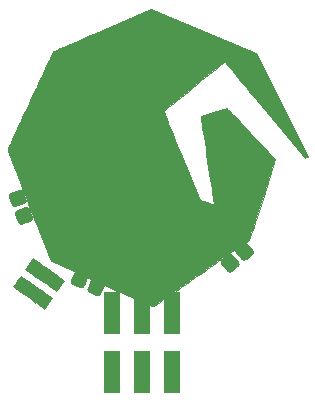
<source format=gbr>
G04 #@! TF.GenerationSoftware,KiCad,Pcbnew,5.1.2*
G04 #@! TF.CreationDate,2019-07-09T10:26:50-05:00*
G04 #@! TF.ProjectId,KokiriEmerald,4b6f6b69-7269-4456-9d65-72616c642e6b,rev?*
G04 #@! TF.SameCoordinates,Original*
G04 #@! TF.FileFunction,Soldermask,Bot*
G04 #@! TF.FilePolarity,Negative*
%FSLAX46Y46*%
G04 Gerber Fmt 4.6, Leading zero omitted, Abs format (unit mm)*
G04 Created by KiCad (PCBNEW 5.1.2) date 2019-07-09 10:26:50*
%MOMM*%
%LPD*%
G04 APERTURE LIST*
%ADD10C,0.010000*%
%ADD11C,0.100000*%
%ADD12C,1.275000*%
%ADD13C,0.900000*%
%ADD14C,0.800000*%
%ADD15R,1.400000X3.550000*%
G04 APERTURE END LIST*
D10*
G36*
X122858349Y-79158500D02*
G01*
X125055274Y-83549703D01*
X127252200Y-87940906D01*
X127133470Y-88002304D01*
X127014740Y-88063701D01*
X123613356Y-83981517D01*
X123188411Y-83471772D01*
X122778355Y-82980382D01*
X122386455Y-82511239D01*
X122015979Y-82068234D01*
X121670196Y-81655257D01*
X121352371Y-81276198D01*
X121065774Y-80934949D01*
X120813672Y-80635400D01*
X120599332Y-80381443D01*
X120426022Y-80176967D01*
X120297010Y-80025864D01*
X120215564Y-79932024D01*
X120184950Y-79899338D01*
X120184903Y-79899333D01*
X120148250Y-79925399D01*
X120052326Y-80000267D01*
X119903241Y-80118946D01*
X119707107Y-80276445D01*
X119470032Y-80467773D01*
X119198126Y-80687936D01*
X118897500Y-80931944D01*
X118574263Y-81194805D01*
X118234526Y-81471527D01*
X117884398Y-81757119D01*
X117529990Y-82046588D01*
X117177411Y-82334944D01*
X116832771Y-82617195D01*
X116502181Y-82888349D01*
X116191750Y-83143414D01*
X115907588Y-83377398D01*
X115655806Y-83585311D01*
X115442512Y-83762159D01*
X115273818Y-83902953D01*
X115155833Y-84002699D01*
X115094667Y-84056407D01*
X115087631Y-84063652D01*
X115096912Y-84112650D01*
X115138856Y-84238383D01*
X115212994Y-84439670D01*
X115318860Y-84715331D01*
X115455985Y-85064184D01*
X115623902Y-85485050D01*
X115822143Y-85976747D01*
X116050240Y-86538095D01*
X116307725Y-87167913D01*
X116584566Y-87841787D01*
X118118369Y-91567548D01*
X118712069Y-91788445D01*
X118920425Y-91864393D01*
X119099286Y-91926605D01*
X119234421Y-91970365D01*
X119311599Y-91990958D01*
X119323923Y-91991188D01*
X119320249Y-91947621D01*
X119304334Y-91826418D01*
X119277080Y-91633584D01*
X119239388Y-91375125D01*
X119192160Y-91057046D01*
X119136298Y-90685350D01*
X119072704Y-90266044D01*
X119002281Y-89805131D01*
X118925930Y-89308618D01*
X118844554Y-88782508D01*
X118767871Y-88289361D01*
X118682435Y-87740589D01*
X118600841Y-87215194D01*
X118524026Y-86719274D01*
X118452925Y-86258926D01*
X118388473Y-85840249D01*
X118331604Y-85469339D01*
X118283255Y-85152296D01*
X118244361Y-84895216D01*
X118215855Y-84704198D01*
X118198675Y-84585339D01*
X118193667Y-84545236D01*
X118225056Y-84515453D01*
X118321645Y-84470447D01*
X118487068Y-84408922D01*
X118724959Y-84329581D01*
X119038950Y-84231126D01*
X119271301Y-84160559D01*
X119561225Y-84074009D01*
X119826305Y-83996168D01*
X120055212Y-83930258D01*
X120236615Y-83879505D01*
X120359184Y-83847130D01*
X120410905Y-83836333D01*
X120449459Y-83866539D01*
X120540788Y-83953830D01*
X120680087Y-84093218D01*
X120862554Y-84279713D01*
X121083385Y-84508326D01*
X121337776Y-84774066D01*
X121620925Y-85071947D01*
X121928029Y-85396977D01*
X122254283Y-85744167D01*
X122483540Y-85989209D01*
X124494206Y-88142085D01*
X123437320Y-91503126D01*
X123267978Y-92039783D01*
X123106402Y-92548159D01*
X122954439Y-93022648D01*
X122813931Y-93457645D01*
X122686724Y-93847542D01*
X122574662Y-94186734D01*
X122479588Y-94469615D01*
X122403348Y-94690579D01*
X122347785Y-94844019D01*
X122314743Y-94924329D01*
X122308467Y-94934515D01*
X122267474Y-94965076D01*
X122162318Y-95040322D01*
X121998309Y-95156543D01*
X121780756Y-95310027D01*
X121514970Y-95497066D01*
X121206259Y-95713948D01*
X120859933Y-95956963D01*
X120481301Y-96222401D01*
X120075673Y-96506551D01*
X119648358Y-96805704D01*
X119204667Y-97116149D01*
X118749907Y-97434176D01*
X118289389Y-97756073D01*
X117828423Y-98078132D01*
X117372317Y-98396641D01*
X116926382Y-98707891D01*
X116495926Y-99008171D01*
X116086259Y-99293770D01*
X115702691Y-99560979D01*
X115350531Y-99806086D01*
X115035088Y-100025382D01*
X114761673Y-100215157D01*
X114535594Y-100371700D01*
X114362161Y-100491300D01*
X114246684Y-100570248D01*
X114194472Y-100604833D01*
X114193167Y-100605583D01*
X114149674Y-100591721D01*
X114033919Y-100545330D01*
X113850865Y-100468583D01*
X113605479Y-100363650D01*
X113302726Y-100232705D01*
X112947571Y-100077918D01*
X112544979Y-99901463D01*
X112099917Y-99705512D01*
X111617349Y-99492235D01*
X111102240Y-99263806D01*
X110559557Y-99022396D01*
X109994265Y-98770178D01*
X109854000Y-98707482D01*
X109283449Y-98452103D01*
X108734250Y-98205772D01*
X108211386Y-97970753D01*
X107719843Y-97749307D01*
X107264603Y-97543697D01*
X106850651Y-97356185D01*
X106482970Y-97189033D01*
X106166545Y-97044504D01*
X105906359Y-96924861D01*
X105707396Y-96832366D01*
X105574640Y-96769280D01*
X105513076Y-96737867D01*
X105509491Y-96735340D01*
X105487098Y-96688874D01*
X105436576Y-96569555D01*
X105360254Y-96383350D01*
X105260464Y-96136225D01*
X105139536Y-95834144D01*
X104999801Y-95483075D01*
X104843591Y-95088981D01*
X104673235Y-94657830D01*
X104491065Y-94195586D01*
X104299412Y-93708216D01*
X104100606Y-93201684D01*
X103896978Y-92681958D01*
X103690859Y-92155001D01*
X103484579Y-91626781D01*
X103280470Y-91103262D01*
X103080862Y-90590411D01*
X102888087Y-90094192D01*
X102704474Y-89620573D01*
X102532355Y-89175517D01*
X102374061Y-88764992D01*
X102231922Y-88394962D01*
X102108269Y-88071394D01*
X102005433Y-87800253D01*
X101925745Y-87587504D01*
X101871536Y-87439114D01*
X101845135Y-87361047D01*
X101842893Y-87350734D01*
X101861478Y-87302695D01*
X101913190Y-87184143D01*
X101995192Y-87001178D01*
X102104642Y-86759900D01*
X102238704Y-86466409D01*
X102394539Y-86126804D01*
X102569307Y-85747185D01*
X102760170Y-85333652D01*
X102964289Y-84892305D01*
X103178826Y-84429244D01*
X103400941Y-83950568D01*
X103627797Y-83462377D01*
X103856554Y-82970771D01*
X104084374Y-82481850D01*
X104308418Y-82001713D01*
X104525847Y-81536460D01*
X104733823Y-81092192D01*
X104929507Y-80675007D01*
X105110060Y-80291006D01*
X105272643Y-79946289D01*
X105414418Y-79646955D01*
X105532547Y-79399104D01*
X105624189Y-79208835D01*
X105686507Y-79082249D01*
X105716662Y-79025446D01*
X105718340Y-79023214D01*
X105763429Y-79000035D01*
X105881291Y-78945994D01*
X106066766Y-78863324D01*
X106314698Y-78754261D01*
X106619929Y-78621038D01*
X106977302Y-78465891D01*
X107381658Y-78291054D01*
X107827840Y-78098762D01*
X108310691Y-77891249D01*
X108825053Y-77670750D01*
X109365768Y-77439499D01*
X109886917Y-77217107D01*
X114005001Y-75461620D01*
X122858349Y-79158500D01*
X122858349Y-79158500D01*
G37*
X122858349Y-79158500D02*
X125055274Y-83549703D01*
X127252200Y-87940906D01*
X127133470Y-88002304D01*
X127014740Y-88063701D01*
X123613356Y-83981517D01*
X123188411Y-83471772D01*
X122778355Y-82980382D01*
X122386455Y-82511239D01*
X122015979Y-82068234D01*
X121670196Y-81655257D01*
X121352371Y-81276198D01*
X121065774Y-80934949D01*
X120813672Y-80635400D01*
X120599332Y-80381443D01*
X120426022Y-80176967D01*
X120297010Y-80025864D01*
X120215564Y-79932024D01*
X120184950Y-79899338D01*
X120184903Y-79899333D01*
X120148250Y-79925399D01*
X120052326Y-80000267D01*
X119903241Y-80118946D01*
X119707107Y-80276445D01*
X119470032Y-80467773D01*
X119198126Y-80687936D01*
X118897500Y-80931944D01*
X118574263Y-81194805D01*
X118234526Y-81471527D01*
X117884398Y-81757119D01*
X117529990Y-82046588D01*
X117177411Y-82334944D01*
X116832771Y-82617195D01*
X116502181Y-82888349D01*
X116191750Y-83143414D01*
X115907588Y-83377398D01*
X115655806Y-83585311D01*
X115442512Y-83762159D01*
X115273818Y-83902953D01*
X115155833Y-84002699D01*
X115094667Y-84056407D01*
X115087631Y-84063652D01*
X115096912Y-84112650D01*
X115138856Y-84238383D01*
X115212994Y-84439670D01*
X115318860Y-84715331D01*
X115455985Y-85064184D01*
X115623902Y-85485050D01*
X115822143Y-85976747D01*
X116050240Y-86538095D01*
X116307725Y-87167913D01*
X116584566Y-87841787D01*
X118118369Y-91567548D01*
X118712069Y-91788445D01*
X118920425Y-91864393D01*
X119099286Y-91926605D01*
X119234421Y-91970365D01*
X119311599Y-91990958D01*
X119323923Y-91991188D01*
X119320249Y-91947621D01*
X119304334Y-91826418D01*
X119277080Y-91633584D01*
X119239388Y-91375125D01*
X119192160Y-91057046D01*
X119136298Y-90685350D01*
X119072704Y-90266044D01*
X119002281Y-89805131D01*
X118925930Y-89308618D01*
X118844554Y-88782508D01*
X118767871Y-88289361D01*
X118682435Y-87740589D01*
X118600841Y-87215194D01*
X118524026Y-86719274D01*
X118452925Y-86258926D01*
X118388473Y-85840249D01*
X118331604Y-85469339D01*
X118283255Y-85152296D01*
X118244361Y-84895216D01*
X118215855Y-84704198D01*
X118198675Y-84585339D01*
X118193667Y-84545236D01*
X118225056Y-84515453D01*
X118321645Y-84470447D01*
X118487068Y-84408922D01*
X118724959Y-84329581D01*
X119038950Y-84231126D01*
X119271301Y-84160559D01*
X119561225Y-84074009D01*
X119826305Y-83996168D01*
X120055212Y-83930258D01*
X120236615Y-83879505D01*
X120359184Y-83847130D01*
X120410905Y-83836333D01*
X120449459Y-83866539D01*
X120540788Y-83953830D01*
X120680087Y-84093218D01*
X120862554Y-84279713D01*
X121083385Y-84508326D01*
X121337776Y-84774066D01*
X121620925Y-85071947D01*
X121928029Y-85396977D01*
X122254283Y-85744167D01*
X122483540Y-85989209D01*
X124494206Y-88142085D01*
X123437320Y-91503126D01*
X123267978Y-92039783D01*
X123106402Y-92548159D01*
X122954439Y-93022648D01*
X122813931Y-93457645D01*
X122686724Y-93847542D01*
X122574662Y-94186734D01*
X122479588Y-94469615D01*
X122403348Y-94690579D01*
X122347785Y-94844019D01*
X122314743Y-94924329D01*
X122308467Y-94934515D01*
X122267474Y-94965076D01*
X122162318Y-95040322D01*
X121998309Y-95156543D01*
X121780756Y-95310027D01*
X121514970Y-95497066D01*
X121206259Y-95713948D01*
X120859933Y-95956963D01*
X120481301Y-96222401D01*
X120075673Y-96506551D01*
X119648358Y-96805704D01*
X119204667Y-97116149D01*
X118749907Y-97434176D01*
X118289389Y-97756073D01*
X117828423Y-98078132D01*
X117372317Y-98396641D01*
X116926382Y-98707891D01*
X116495926Y-99008171D01*
X116086259Y-99293770D01*
X115702691Y-99560979D01*
X115350531Y-99806086D01*
X115035088Y-100025382D01*
X114761673Y-100215157D01*
X114535594Y-100371700D01*
X114362161Y-100491300D01*
X114246684Y-100570248D01*
X114194472Y-100604833D01*
X114193167Y-100605583D01*
X114149674Y-100591721D01*
X114033919Y-100545330D01*
X113850865Y-100468583D01*
X113605479Y-100363650D01*
X113302726Y-100232705D01*
X112947571Y-100077918D01*
X112544979Y-99901463D01*
X112099917Y-99705512D01*
X111617349Y-99492235D01*
X111102240Y-99263806D01*
X110559557Y-99022396D01*
X109994265Y-98770178D01*
X109854000Y-98707482D01*
X109283449Y-98452103D01*
X108734250Y-98205772D01*
X108211386Y-97970753D01*
X107719843Y-97749307D01*
X107264603Y-97543697D01*
X106850651Y-97356185D01*
X106482970Y-97189033D01*
X106166545Y-97044504D01*
X105906359Y-96924861D01*
X105707396Y-96832366D01*
X105574640Y-96769280D01*
X105513076Y-96737867D01*
X105509491Y-96735340D01*
X105487098Y-96688874D01*
X105436576Y-96569555D01*
X105360254Y-96383350D01*
X105260464Y-96136225D01*
X105139536Y-95834144D01*
X104999801Y-95483075D01*
X104843591Y-95088981D01*
X104673235Y-94657830D01*
X104491065Y-94195586D01*
X104299412Y-93708216D01*
X104100606Y-93201684D01*
X103896978Y-92681958D01*
X103690859Y-92155001D01*
X103484579Y-91626781D01*
X103280470Y-91103262D01*
X103080862Y-90590411D01*
X102888087Y-90094192D01*
X102704474Y-89620573D01*
X102532355Y-89175517D01*
X102374061Y-88764992D01*
X102231922Y-88394962D01*
X102108269Y-88071394D01*
X102005433Y-87800253D01*
X101925745Y-87587504D01*
X101871536Y-87439114D01*
X101845135Y-87361047D01*
X101842893Y-87350734D01*
X101861478Y-87302695D01*
X101913190Y-87184143D01*
X101995192Y-87001178D01*
X102104642Y-86759900D01*
X102238704Y-86466409D01*
X102394539Y-86126804D01*
X102569307Y-85747185D01*
X102760170Y-85333652D01*
X102964289Y-84892305D01*
X103178826Y-84429244D01*
X103400941Y-83950568D01*
X103627797Y-83462377D01*
X103856554Y-82970771D01*
X104084374Y-82481850D01*
X104308418Y-82001713D01*
X104525847Y-81536460D01*
X104733823Y-81092192D01*
X104929507Y-80675007D01*
X105110060Y-80291006D01*
X105272643Y-79946289D01*
X105414418Y-79646955D01*
X105532547Y-79399104D01*
X105624189Y-79208835D01*
X105686507Y-79082249D01*
X105716662Y-79025446D01*
X105718340Y-79023214D01*
X105763429Y-79000035D01*
X105881291Y-78945994D01*
X106066766Y-78863324D01*
X106314698Y-78754261D01*
X106619929Y-78621038D01*
X106977302Y-78465891D01*
X107381658Y-78291054D01*
X107827840Y-78098762D01*
X108310691Y-77891249D01*
X108825053Y-77670750D01*
X109365768Y-77439499D01*
X109886917Y-77217107D01*
X114005001Y-75461620D01*
X122858349Y-79158500D01*
D11*
G36*
X121939485Y-95142281D02*
G01*
X121970475Y-95146533D01*
X122000900Y-95153802D01*
X122030465Y-95164018D01*
X122058887Y-95177083D01*
X122085891Y-95192871D01*
X122111217Y-95211230D01*
X122134622Y-95231983D01*
X122155881Y-95254930D01*
X122613867Y-95800737D01*
X122632774Y-95825657D01*
X122649147Y-95852310D01*
X122662829Y-95880440D01*
X122673687Y-95909775D01*
X122681618Y-95940034D01*
X122686545Y-95970924D01*
X122688421Y-96002148D01*
X122687227Y-96033406D01*
X122682975Y-96064396D01*
X122675706Y-96094821D01*
X122665490Y-96124386D01*
X122652425Y-96152808D01*
X122636637Y-96179812D01*
X122618278Y-96205138D01*
X122597525Y-96228543D01*
X122574578Y-96249802D01*
X122086224Y-96659579D01*
X122061304Y-96678486D01*
X122034651Y-96694859D01*
X122006521Y-96708541D01*
X121977186Y-96719399D01*
X121946927Y-96727330D01*
X121916037Y-96732257D01*
X121884813Y-96734133D01*
X121853555Y-96732939D01*
X121822565Y-96728687D01*
X121792140Y-96721418D01*
X121762575Y-96711202D01*
X121734153Y-96698137D01*
X121707149Y-96682349D01*
X121681823Y-96663990D01*
X121658418Y-96643237D01*
X121637159Y-96620290D01*
X121179173Y-96074483D01*
X121160266Y-96049563D01*
X121143893Y-96022910D01*
X121130211Y-95994780D01*
X121119353Y-95965445D01*
X121111422Y-95935186D01*
X121106495Y-95904296D01*
X121104619Y-95873072D01*
X121105813Y-95841814D01*
X121110065Y-95810824D01*
X121117334Y-95780399D01*
X121127550Y-95750834D01*
X121140615Y-95722412D01*
X121156403Y-95695408D01*
X121174762Y-95670082D01*
X121195515Y-95646677D01*
X121218462Y-95625418D01*
X121706816Y-95215641D01*
X121731736Y-95196734D01*
X121758389Y-95180361D01*
X121786519Y-95166679D01*
X121815854Y-95155821D01*
X121846113Y-95147890D01*
X121877003Y-95142963D01*
X121908227Y-95141087D01*
X121939485Y-95142281D01*
X121939485Y-95142281D01*
G37*
D12*
X121896520Y-95937610D03*
D11*
G36*
X120732965Y-96154671D02*
G01*
X120763955Y-96158923D01*
X120794380Y-96166192D01*
X120823945Y-96176408D01*
X120852367Y-96189473D01*
X120879371Y-96205261D01*
X120904697Y-96223620D01*
X120928102Y-96244373D01*
X120949361Y-96267320D01*
X121407347Y-96813127D01*
X121426254Y-96838047D01*
X121442627Y-96864700D01*
X121456309Y-96892830D01*
X121467167Y-96922165D01*
X121475098Y-96952424D01*
X121480025Y-96983314D01*
X121481901Y-97014538D01*
X121480707Y-97045796D01*
X121476455Y-97076786D01*
X121469186Y-97107211D01*
X121458970Y-97136776D01*
X121445905Y-97165198D01*
X121430117Y-97192202D01*
X121411758Y-97217528D01*
X121391005Y-97240933D01*
X121368058Y-97262192D01*
X120879704Y-97671969D01*
X120854784Y-97690876D01*
X120828131Y-97707249D01*
X120800001Y-97720931D01*
X120770666Y-97731789D01*
X120740407Y-97739720D01*
X120709517Y-97744647D01*
X120678293Y-97746523D01*
X120647035Y-97745329D01*
X120616045Y-97741077D01*
X120585620Y-97733808D01*
X120556055Y-97723592D01*
X120527633Y-97710527D01*
X120500629Y-97694739D01*
X120475303Y-97676380D01*
X120451898Y-97655627D01*
X120430639Y-97632680D01*
X119972653Y-97086873D01*
X119953746Y-97061953D01*
X119937373Y-97035300D01*
X119923691Y-97007170D01*
X119912833Y-96977835D01*
X119904902Y-96947576D01*
X119899975Y-96916686D01*
X119898099Y-96885462D01*
X119899293Y-96854204D01*
X119903545Y-96823214D01*
X119910814Y-96792789D01*
X119921030Y-96763224D01*
X119934095Y-96734802D01*
X119949883Y-96707798D01*
X119968242Y-96682472D01*
X119988995Y-96659067D01*
X120011942Y-96637808D01*
X120500296Y-96228031D01*
X120525216Y-96209124D01*
X120551869Y-96192751D01*
X120579999Y-96179069D01*
X120609334Y-96168211D01*
X120639593Y-96160280D01*
X120670483Y-96155353D01*
X120701707Y-96153477D01*
X120732965Y-96154671D01*
X120732965Y-96154671D01*
G37*
D12*
X120690000Y-96950000D03*
D13*
X104023236Y-97274471D03*
D11*
G36*
X103998763Y-96524870D02*
G01*
X104736000Y-97041089D01*
X104047709Y-98024072D01*
X103310472Y-97507853D01*
X103998763Y-96524870D01*
X103998763Y-96524870D01*
G37*
D14*
X105333880Y-98192194D03*
D11*
G36*
X105350365Y-97471272D02*
G01*
X106005687Y-97930133D01*
X105317395Y-98913116D01*
X104662073Y-98454255D01*
X105350365Y-97471272D01*
X105350365Y-97471272D01*
G37*
D14*
X104678558Y-97733333D03*
D11*
G36*
X104695043Y-97012411D02*
G01*
X105350365Y-97471272D01*
X104662073Y-98454255D01*
X104006751Y-97995394D01*
X104695043Y-97012411D01*
X104695043Y-97012411D01*
G37*
D13*
X105989201Y-98651055D03*
D11*
G36*
X105964728Y-97901454D02*
G01*
X106701965Y-98417673D01*
X106013674Y-99400656D01*
X105276437Y-98884437D01*
X105964728Y-97901454D01*
X105964728Y-97901454D01*
G37*
D14*
X103646120Y-99207806D03*
D11*
G36*
X103662605Y-98486884D02*
G01*
X104317927Y-98945745D01*
X103629635Y-99928728D01*
X102974313Y-99469867D01*
X103662605Y-98486884D01*
X103662605Y-98486884D01*
G37*
D13*
X102990799Y-98748945D03*
D11*
G36*
X102966326Y-97999344D02*
G01*
X103703563Y-98515563D01*
X103015272Y-99498546D01*
X102278035Y-98982327D01*
X102966326Y-97999344D01*
X102966326Y-97999344D01*
G37*
D14*
X104301442Y-99666667D03*
D11*
G36*
X104317927Y-98945745D02*
G01*
X104973249Y-99404606D01*
X104284957Y-100387589D01*
X103629635Y-99928728D01*
X104317927Y-98945745D01*
X104317927Y-98945745D01*
G37*
D13*
X104956764Y-100125529D03*
D11*
G36*
X104932291Y-99375928D02*
G01*
X105669528Y-99892147D01*
X104981237Y-100875130D01*
X104244000Y-100358911D01*
X104932291Y-99375928D01*
X104932291Y-99375928D01*
G37*
D15*
X115740000Y-106200000D03*
X115740000Y-101150000D03*
X113200000Y-106200000D03*
X113200000Y-101150000D03*
X110660000Y-106200000D03*
X110660000Y-101150000D03*
D11*
G36*
X109274156Y-98192492D02*
G01*
X109304868Y-98198427D01*
X109334851Y-98207343D01*
X109363816Y-98219156D01*
X109941587Y-98488575D01*
X109969254Y-98503170D01*
X109995357Y-98520407D01*
X110019645Y-98540119D01*
X110041884Y-98562117D01*
X110061860Y-98586188D01*
X110079380Y-98612102D01*
X110094276Y-98639608D01*
X110106404Y-98668442D01*
X110115647Y-98698326D01*
X110121917Y-98728972D01*
X110125153Y-98760084D01*
X110125324Y-98791365D01*
X110122427Y-98822511D01*
X110116492Y-98853223D01*
X110107575Y-98883206D01*
X110095763Y-98912170D01*
X109794648Y-99557915D01*
X109780053Y-99585582D01*
X109762816Y-99611686D01*
X109743104Y-99635974D01*
X109721107Y-99658213D01*
X109697035Y-99678189D01*
X109671121Y-99695709D01*
X109643615Y-99710605D01*
X109614781Y-99722733D01*
X109584898Y-99731976D01*
X109554252Y-99738246D01*
X109523139Y-99741482D01*
X109491859Y-99741653D01*
X109460712Y-99738756D01*
X109430000Y-99732821D01*
X109400017Y-99723905D01*
X109371052Y-99712092D01*
X108793281Y-99442673D01*
X108765614Y-99428078D01*
X108739511Y-99410841D01*
X108715223Y-99391129D01*
X108692984Y-99369131D01*
X108673008Y-99345060D01*
X108655488Y-99319146D01*
X108640592Y-99291640D01*
X108628464Y-99262806D01*
X108619221Y-99232922D01*
X108612951Y-99202276D01*
X108609715Y-99171164D01*
X108609544Y-99139883D01*
X108612441Y-99108737D01*
X108618376Y-99078025D01*
X108627293Y-99048042D01*
X108639105Y-99019078D01*
X108940220Y-98373333D01*
X108954815Y-98345666D01*
X108972052Y-98319562D01*
X108991764Y-98295274D01*
X109013761Y-98273035D01*
X109037833Y-98253059D01*
X109063747Y-98235539D01*
X109091253Y-98220643D01*
X109120087Y-98208515D01*
X109149970Y-98199272D01*
X109180616Y-98193002D01*
X109211729Y-98189766D01*
X109243009Y-98189595D01*
X109274156Y-98192492D01*
X109274156Y-98192492D01*
G37*
D12*
X109367434Y-98965624D03*
D11*
G36*
X107846722Y-97526868D02*
G01*
X107877434Y-97532803D01*
X107907417Y-97541719D01*
X107936382Y-97553532D01*
X108514153Y-97822951D01*
X108541820Y-97837546D01*
X108567923Y-97854783D01*
X108592211Y-97874495D01*
X108614450Y-97896493D01*
X108634426Y-97920564D01*
X108651946Y-97946478D01*
X108666842Y-97973984D01*
X108678970Y-98002818D01*
X108688213Y-98032702D01*
X108694483Y-98063348D01*
X108697719Y-98094460D01*
X108697890Y-98125741D01*
X108694993Y-98156887D01*
X108689058Y-98187599D01*
X108680141Y-98217582D01*
X108668329Y-98246546D01*
X108367214Y-98892291D01*
X108352619Y-98919958D01*
X108335382Y-98946062D01*
X108315670Y-98970350D01*
X108293673Y-98992589D01*
X108269601Y-99012565D01*
X108243687Y-99030085D01*
X108216181Y-99044981D01*
X108187347Y-99057109D01*
X108157464Y-99066352D01*
X108126818Y-99072622D01*
X108095705Y-99075858D01*
X108064425Y-99076029D01*
X108033278Y-99073132D01*
X108002566Y-99067197D01*
X107972583Y-99058281D01*
X107943618Y-99046468D01*
X107365847Y-98777049D01*
X107338180Y-98762454D01*
X107312077Y-98745217D01*
X107287789Y-98725505D01*
X107265550Y-98703507D01*
X107245574Y-98679436D01*
X107228054Y-98653522D01*
X107213158Y-98626016D01*
X107201030Y-98597182D01*
X107191787Y-98567298D01*
X107185517Y-98536652D01*
X107182281Y-98505540D01*
X107182110Y-98474259D01*
X107185007Y-98443113D01*
X107190942Y-98412401D01*
X107199859Y-98382418D01*
X107211671Y-98353454D01*
X107512786Y-97707709D01*
X107527381Y-97680042D01*
X107544618Y-97653938D01*
X107564330Y-97629650D01*
X107586327Y-97607411D01*
X107610399Y-97587435D01*
X107636313Y-97569915D01*
X107663819Y-97555019D01*
X107692653Y-97542891D01*
X107722536Y-97533648D01*
X107753182Y-97527378D01*
X107784295Y-97524142D01*
X107815575Y-97523971D01*
X107846722Y-97526868D01*
X107846722Y-97526868D01*
G37*
D12*
X107940000Y-98300000D03*
D11*
G36*
X103510797Y-92213078D02*
G01*
X103541509Y-92219013D01*
X103571492Y-92227930D01*
X103600456Y-92239742D01*
X103628123Y-92254337D01*
X103654227Y-92271574D01*
X103678515Y-92291286D01*
X103700754Y-92313283D01*
X103720730Y-92337355D01*
X103738250Y-92363269D01*
X103753146Y-92390775D01*
X103765274Y-92419609D01*
X103983311Y-93018663D01*
X103992555Y-93048547D01*
X103998824Y-93079193D01*
X104002060Y-93110306D01*
X104002231Y-93141586D01*
X103999334Y-93172732D01*
X103993399Y-93203445D01*
X103984482Y-93233428D01*
X103972669Y-93262392D01*
X103958074Y-93290059D01*
X103940838Y-93316162D01*
X103921126Y-93340450D01*
X103899128Y-93362689D01*
X103875056Y-93382665D01*
X103849143Y-93400185D01*
X103821636Y-93415081D01*
X103792803Y-93427209D01*
X103123272Y-93670899D01*
X103093388Y-93680142D01*
X103062743Y-93686412D01*
X103031630Y-93689648D01*
X103000350Y-93689819D01*
X102969203Y-93686922D01*
X102938491Y-93680987D01*
X102908508Y-93672070D01*
X102879544Y-93660258D01*
X102851877Y-93645663D01*
X102825773Y-93628426D01*
X102801485Y-93608714D01*
X102779246Y-93586717D01*
X102759270Y-93562645D01*
X102741750Y-93536731D01*
X102726854Y-93509225D01*
X102714726Y-93480391D01*
X102496689Y-92881337D01*
X102487445Y-92851453D01*
X102481176Y-92820807D01*
X102477940Y-92789694D01*
X102477769Y-92758414D01*
X102480666Y-92727268D01*
X102486601Y-92696555D01*
X102495518Y-92666572D01*
X102507331Y-92637608D01*
X102521926Y-92609941D01*
X102539162Y-92583838D01*
X102558874Y-92559550D01*
X102580872Y-92537311D01*
X102604944Y-92517335D01*
X102630857Y-92499815D01*
X102658364Y-92484919D01*
X102687197Y-92472791D01*
X103356728Y-92229101D01*
X103386612Y-92219858D01*
X103417257Y-92213588D01*
X103448370Y-92210352D01*
X103479650Y-92210181D01*
X103510797Y-92213078D01*
X103510797Y-92213078D01*
G37*
D12*
X103240000Y-92950000D03*
D11*
G36*
X102972115Y-90733062D02*
G01*
X103002827Y-90738997D01*
X103032810Y-90747914D01*
X103061774Y-90759726D01*
X103089441Y-90774321D01*
X103115545Y-90791558D01*
X103139833Y-90811270D01*
X103162072Y-90833267D01*
X103182048Y-90857339D01*
X103199568Y-90883253D01*
X103214464Y-90910759D01*
X103226592Y-90939593D01*
X103444629Y-91538647D01*
X103453873Y-91568531D01*
X103460142Y-91599177D01*
X103463378Y-91630290D01*
X103463549Y-91661570D01*
X103460652Y-91692716D01*
X103454717Y-91723429D01*
X103445800Y-91753412D01*
X103433987Y-91782376D01*
X103419392Y-91810043D01*
X103402156Y-91836146D01*
X103382444Y-91860434D01*
X103360446Y-91882673D01*
X103336374Y-91902649D01*
X103310461Y-91920169D01*
X103282954Y-91935065D01*
X103254121Y-91947193D01*
X102584590Y-92190883D01*
X102554706Y-92200126D01*
X102524061Y-92206396D01*
X102492948Y-92209632D01*
X102461668Y-92209803D01*
X102430521Y-92206906D01*
X102399809Y-92200971D01*
X102369826Y-92192054D01*
X102340862Y-92180242D01*
X102313195Y-92165647D01*
X102287091Y-92148410D01*
X102262803Y-92128698D01*
X102240564Y-92106701D01*
X102220588Y-92082629D01*
X102203068Y-92056715D01*
X102188172Y-92029209D01*
X102176044Y-92000375D01*
X101958007Y-91401321D01*
X101948763Y-91371437D01*
X101942494Y-91340791D01*
X101939258Y-91309678D01*
X101939087Y-91278398D01*
X101941984Y-91247252D01*
X101947919Y-91216539D01*
X101956836Y-91186556D01*
X101968649Y-91157592D01*
X101983244Y-91129925D01*
X102000480Y-91103822D01*
X102020192Y-91079534D01*
X102042190Y-91057295D01*
X102066262Y-91037319D01*
X102092175Y-91019799D01*
X102119682Y-91004903D01*
X102148515Y-90992775D01*
X102818046Y-90749085D01*
X102847930Y-90739842D01*
X102878575Y-90733572D01*
X102909688Y-90730336D01*
X102940968Y-90730165D01*
X102972115Y-90733062D01*
X102972115Y-90733062D01*
G37*
D12*
X102701318Y-91469984D03*
M02*

</source>
